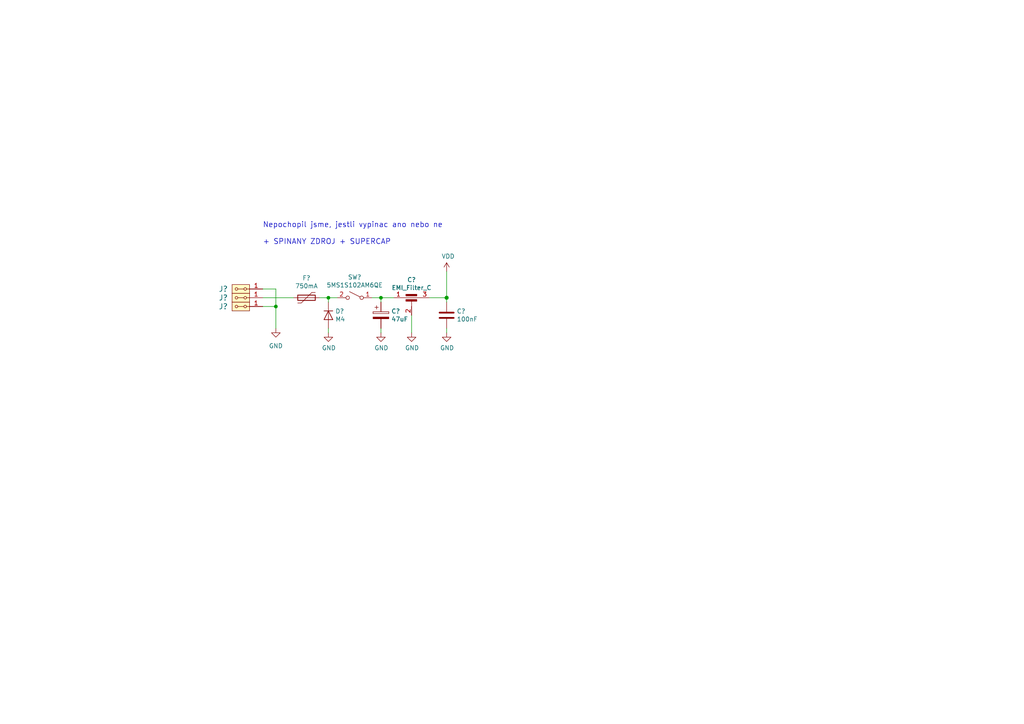
<source format=kicad_sch>
(kicad_sch (version 20211123) (generator eeschema)
  (paper "A4")
  (lib_symbols
    (symbol "DATALOGGER01A-rescue:C-device" (pin_numbers hide) (pin_names (offset 0.254))
      (property "Reference" "C" (at 0.635 2.54 0))
      (property "Value" "C-device" (at 0.635 -2.54 0))
      (symbol "C-device_0_1"
        (polyline (pts (xy -2.032 -0.762) (xy 2.032 -0.762)) (stroke (width 0.508)))
        (polyline (pts (xy -2.032 0.762) (xy 2.032 0.762)) (stroke (width 0.508)))
      )
      (symbol "C-device_1_1"
        (pin passive line (at 0 3.81 270) (length 2.794) (name "~") (number "1"))
        (pin passive line (at 0 -3.81 90) (length 2.794) (name "~") (number "2"))
      )
    )
    (symbol "DATALOGGER01A-rescue:CP-device" (pin_numbers hide) (pin_names (offset 0.254))
      (property "Reference" "C" (at 0.635 2.54 0))
      (property "Value" "CP-device" (at 0.635 -2.54 0))
      (symbol "CP-device_0_1"
        (rectangle (start -2.286 0.508) (end -2.286 1.016))
        (rectangle (start -2.286 0.508) (end 2.286 0.508))
        (polyline (pts (xy -1.778 2.286) (xy -0.762 2.286)))
        (polyline (pts (xy -1.27 2.794) (xy -1.27 1.778)))
        (rectangle (start 2.286 -0.508) (end -2.286 -1.016) (fill (type outline)))
        (rectangle (start 2.286 1.016) (end -2.286 1.016))
        (rectangle (start 2.286 1.016) (end 2.286 0.508))
      )
      (symbol "CP-device_1_1"
        (pin passive line (at 0 3.81 270) (length 2.794) (name "~") (number "1"))
        (pin passive line (at 0 -3.81 90) (length 2.794) (name "~") (number "2"))
      )
    )
    (symbol "DATALOGGER01A-rescue:D-device" (pin_numbers hide) (pin_names (offset 1.016) hide)
      (property "Reference" "D" (at 0 2.54 0))
      (property "Value" "D-device" (at 0 -2.54 0))
      (symbol "D-device_0_1"
        (polyline (pts (xy -1.27 1.27) (xy -1.27 -1.27)) (stroke (width 0.2032)))
        (polyline (pts (xy 1.27 0) (xy -1.27 0)))
        (polyline (pts (xy 1.27 1.27) (xy 1.27 -1.27) (xy -1.27 0) (xy 1.27 1.27)) (stroke (width 0.2032)))
      )
      (symbol "D-device_1_1"
        (pin passive line (at -3.81 0 0) (length 2.54) (name "K") (number "1"))
        (pin passive line (at 3.81 0 180) (length 2.54) (name "A") (number "2"))
      )
    )
    (symbol "DATALOGGER01A-rescue:EMI_Filter_C-device" (pin_names (offset 0.254) hide)
      (property "Reference" "C" (at 0 7.62 0))
      (property "Value" "EMI_Filter_C-device" (at 0 5.715 0))
      (symbol "EMI_Filter_C-device_0_1"
        (rectangle (start -1.651 1.524) (end 1.524 2.032) (fill (type outline)))
        (polyline (pts (xy -2.54 2.54) (xy 2.54 2.54)))
        (polyline (pts (xy 0 0) (xy 0 1.778)))
        (rectangle (start 1.524 3.048) (end -1.651 3.556) (fill (type outline)))
      )
      (symbol "EMI_Filter_C-device_1_1"
        (pin passive line (at -5.08 2.54 0) (length 2.54) (name "1") (number "1"))
        (pin passive line (at 0 -2.54 90) (length 2.54) (name "2") (number "2"))
        (pin passive line (at 5.08 2.54 180) (length 2.54) (name "3") (number "3"))
      )
    )
    (symbol "DATALOGGER01A-rescue:HEADER_2x01_PARALLEL-MLAB_HEADER" (pin_names (offset 1.016))
      (property "Reference" "J" (at 0 -2.54 0))
      (property "Value" "HEADER_2x01_PARALLEL-MLAB_HEADER" (at 0 2.54 0))
      (symbol "HEADER_2x01_PARALLEL-MLAB_HEADER_0_1"
        (rectangle (start -2.54 1.27) (end 2.54 -1.27) (fill (type background)))
        (circle (center -1.27 0) (radius 0.381))
        (polyline (pts (xy -1.651 0) (xy -2.54 0)))
        (polyline (pts (xy -0.889 0) (xy 0.889 0)))
        (circle (center 1.27 0) (radius 0.381))
      )
      (symbol "HEADER_2x01_PARALLEL-MLAB_HEADER_1_1"
        (pin input line (at -6.35 0 0) (length 3.81) (name "~") (number "1"))
        (pin input line (at -6.35 0 0) (length 3.81) hide (name "~") (number "2"))
      )
    )
    (symbol "DATALOGGER01A-rescue:Polyfuse-device" (pin_numbers hide) (pin_names (offset 0))
      (property "Reference" "F" (at -2.54 0 90))
      (property "Value" "Polyfuse-device" (at 2.54 0 90))
      (symbol "Polyfuse-device_0_1"
        (rectangle (start -0.762 2.54) (end 0.762 -2.54) (stroke (width 0.254)))
        (polyline (pts (xy 0 2.54) (xy 0 -2.54)))
        (polyline (pts (xy -1.524 2.54) (xy -1.524 1.524) (xy 1.524 -1.524) (xy 1.524 -2.54)))
      )
      (symbol "Polyfuse-device_1_1"
        (pin passive line (at 0 3.81 270) (length 1.27) (name "~") (number "1"))
        (pin passive line (at 0 -3.81 90) (length 1.27) (name "~") (number "2"))
      )
    )
    (symbol "GND_1" (power) (pin_names (offset 0))
      (property "Value" "GND_1" (at 0 -3.81 0))
      (symbol "GND_1_0_1"
        (polyline (pts (xy 0 0) (xy 0 -1.27) (xy 1.27 -1.27) (xy 0 -2.54) (xy -1.27 -1.27) (xy 0 -1.27)))
      )
      (symbol "GND_1_1_1"
        (pin power_in line (at 0 0 270) (length 0) hide (name "GND") (number "1"))
      )
    )
    (symbol "Switch:SW_SPST" (pin_names (offset 0) hide)
      (property "Reference" "SW" (at 0 3.175 0))
      (property "Value" "SW_SPST" (at 0 -2.54 0))
      (symbol "SW_SPST_0_0"
        (circle (center -2.032 0) (radius 0.508))
        (polyline (pts (xy -1.524 0.254) (xy 1.524 1.778)))
        (circle (center 2.032 0) (radius 0.508))
      )
      (symbol "SW_SPST_1_1"
        (pin passive line (at -5.08 0 0) (length 2.54) (name "A") (number "1"))
        (pin passive line (at 5.08 0 180) (length 2.54) (name "B") (number "2"))
      )
    )
    (symbol "power:GND" (power) (pin_names (offset 0))
      (property "Value" "GND" (at 0 -3.81 0))
      (symbol "GND_0_1"
        (polyline (pts (xy 0 0) (xy 0 -1.27) (xy 1.27 -1.27) (xy 0 -2.54) (xy -1.27 -1.27) (xy 0 -1.27)))
      )
      (symbol "GND_1_1"
        (pin power_in line (at 0 0 270) (length 0) hide (name "GND") (number "1"))
      )
    )
    (symbol "power:VDD" (power) (pin_names (offset 0))
      (property "Value" "VDD" (at 0 3.81 0))
      (symbol "VDD_0_1"
        (polyline (pts (xy -0.762 1.27) (xy 0 2.54)))
        (polyline (pts (xy 0 0) (xy 0 2.54)))
        (polyline (pts (xy 0 2.54) (xy 0.762 1.27)))
      )
      (symbol "VDD_1_1"
        (pin power_in line (at 0 0 90) (length 0) hide (name "VDD") (number "1"))
      )
    )
  )
  (junction (at 80.01 88.9))
  (junction (at 95.25 86.36))
  (junction (at 129.54 86.36) (diameter 1.016))
  (junction (at 110.49 86.36))
  (wire (pts (xy 110.49 86.36) (xy 114.3 86.36)))
  (wire (pts (xy 129.54 78.74) (xy 129.54 86.36)))
  (wire (pts (xy 129.54 86.36) (xy 129.54 87.63)))
  (wire (pts (xy 80.01 88.9) (xy 80.01 95.25)))
  (wire (pts (xy 119.38 91.44) (xy 119.38 96.52)))
  (wire (pts (xy 129.54 96.52) (xy 129.54 95.25)))
  (wire (pts (xy 107.95 86.36) (xy 110.49 86.36)))
  (wire (pts (xy 110.49 87.63) (xy 110.49 86.36)))
  (wire (pts (xy 92.71 86.36) (xy 95.25 86.36)))
  (wire (pts (xy 110.49 95.25) (xy 110.49 96.52)))
  (wire (pts (xy 76.2 83.82) (xy 80.01 83.82)))
  (wire (pts (xy 95.25 87.63) (xy 95.25 86.36)))
  (wire (pts (xy 80.01 83.82) (xy 80.01 88.9)))
  (wire (pts (xy 124.46 86.36) (xy 129.54 86.36)))
  (wire (pts (xy 76.2 86.36) (xy 85.09 86.36)))
  (wire (pts (xy 95.25 86.36) (xy 97.79 86.36)))
  (wire (pts (xy 76.2 88.9) (xy 80.01 88.9)))
  (wire (pts (xy 95.25 96.52) (xy 95.25 95.25)))
  (text "Nepochopil jsme, jestli vypinac ano nebo ne\n\n+ SPINANY ZDROJ + SUPERCAP" (at 76.2 71.12 0) (effects (font (size 1.524 1.524)) (justify left bottom)))
  (symbol (lib_id "power:GND") (at 129.54 96.52 0) (unit 1)
    (property "Reference" "#PWR?" (effects hide))
    (property "Value" "GND" (at 129.667 100.9142 0))
  )
  (symbol (lib_name "GND_1") (lib_id "power:GND") (at 80.01 95.25 0) (unit 1)
    (property "Reference" "#PWR?" (effects hide))
    (property "Value" "GND" (at 80.01 100.33 0))
  )
  (symbol (lib_id "DATALOGGER01A-rescue:EMI_Filter_C-device") (at 119.38 88.9 0) (unit 1)
    (property "Reference" "C?" (at 119.38 81.153 0))
    (property "Value" "EMI_Filter_C" (at 119.38 83.4644 0))
    (property "Footprint" "Mlab_L:FIR1" (effects hide))
    (property "Datasheet" "http://www.murata.com/~/media/webrenewal/support/library/catalog/products/emc/emifil/c31e.ashx?la=en-gb" (effects hide))
  )
  (symbol (lib_id "DATALOGGER01A-rescue:D-device") (at 95.25 91.44 270) (unit 1)
    (property "Reference" "D?" (at 97.2566 90.2716 90) (effects (justify left)))
    (property "Value" "M4" (at 97.2566 92.583 90) (effects (justify left)))
    (property "Footprint" "Mlab_D:SMA_Standard" (effects hide))
    (property "UST_ID" "5c70984512875079b91f88ac" (effects hide))
  )
  (symbol (lib_id "Switch:SW_SPST") (at 102.87 86.36 0) (mirror y) (unit 1)
    (property "Reference" "SW?" (at 102.87 80.391 0))
    (property "Value" "5MS1S102AM6QE" (at 102.87 82.7024 0))
    (property "Footprint" "Mlab_SW:5MS1S102AM6QE" (effects hide))
    (property "UST_ID" "5c70984712875079b91f8b66" (effects hide))
  )
  (symbol (lib_id "DATALOGGER01A-rescue:CP-device") (at 110.49 91.44 0) (unit 1)
    (property "Reference" "C?" (at 113.4872 90.2716 0) (effects (justify left)))
    (property "Value" "47uF" (at 113.4872 92.583 0) (effects (justify left)))
    (property "Footprint" "Mlab_C:TantalC_SizeC_Reflow" (effects hide))
    (property "UST_ID" "5c70984412875079b91f8867" (effects hide))
  )
  (symbol (lib_id "power:VDD") (at 129.54 78.74 0) (unit 1)
    (property "Reference" "#PWR?" (effects hide))
    (property "Value" "VDD" (at 129.9718 74.3458 0))
  )
  (symbol (lib_id "DATALOGGER01A-rescue:C-device") (at 129.54 91.44 0) (unit 1)
    (property "Reference" "C?" (at 132.461 90.2716 0) (effects (justify left)))
    (property "Value" "100nF" (at 132.461 92.583 0) (effects (justify left)))
    (property "Footprint" "Mlab_R:SMD-0805" (effects hide))
    (property "UST_ID" "5c70984712875079b91f8b4c" (effects hide))
  )
  (symbol (lib_id "power:GND") (at 119.38 96.52 0) (unit 1)
    (property "Reference" "#PWR?" (effects hide))
    (property "Value" "GND" (at 119.507 100.9142 0))
  )
  (symbol (lib_id "DATALOGGER01A-rescue:Polyfuse-device") (at 88.9 86.36 270) (unit 1)
    (property "Reference" "F?" (at 88.9 80.645 90))
    (property "Value" "750mA" (at 88.9 82.9564 90))
    (property "Footprint" "Mlab_F:1812" (effects hide))
    (property "UST_ID" "5c70984512875079b91f88d2" (effects hide))
  )
  (symbol (lib_id "power:GND") (at 95.25 96.52 0) (unit 1)
    (property "Reference" "#PWR?" (effects hide))
    (property "Value" "GND" (at 95.377 100.9142 0))
  )
  (symbol (lib_id "DATALOGGER01A-rescue:HEADER_2x01_PARALLEL-MLAB_HEADER") (at 69.85 88.9 180) (unit 1)
    (property "Reference" "J?" (at 64.77 88.9 0) (effects (font (size 1.524 1.524))))
    (property "Value" "HEADER_2x01_PARALLEL" (effects hide))
    (property "Footprint" "Mlab_Pin_Headers:Straight_2x01" (effects hide))
  )
  (symbol (lib_id "DATALOGGER01A-rescue:HEADER_2x01_PARALLEL-MLAB_HEADER") (at 69.85 86.36 180) (unit 1)
    (property "Reference" "J?" (at 64.77 86.36 0) (effects (font (size 1.524 1.524))))
    (property "Value" "HEADER_2x01_PARALLEL" (effects hide))
    (property "Footprint" "Mlab_Pin_Headers:Straight_2x01" (effects hide))
  )
  (symbol (lib_id "DATALOGGER01A-rescue:HEADER_2x01_PARALLEL-MLAB_HEADER") (at 69.85 83.82 180) (unit 1)
    (property "Reference" "J?" (at 64.77 83.82 0) (effects (font (size 1.524 1.524))))
    (property "Value" "HEADER_2x01_PARALLEL" (effects hide))
    (property "Footprint" "Mlab_Pin_Headers:Straight_2x01" (effects hide))
  )
  (symbol (lib_id "power:GND") (at 110.49 96.52 0) (unit 1)
    (property "Reference" "#PWR?" (effects hide))
    (property "Value" "GND" (at 110.617 100.9142 0))
  )
)
</source>
